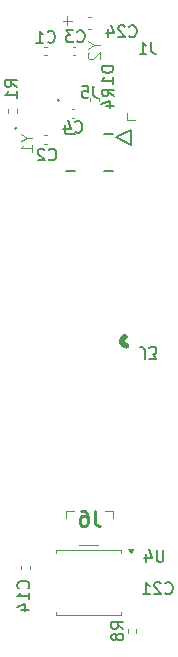
<source format=gbr>
%TF.GenerationSoftware,KiCad,Pcbnew,9.0.0*%
%TF.CreationDate,2025-03-13T15:41:24-04:00*%
%TF.ProjectId,IngestibleCapsule-Board,496e6765-7374-4696-926c-654361707375,rev?*%
%TF.SameCoordinates,Original*%
%TF.FileFunction,Legend,Bot*%
%TF.FilePolarity,Positive*%
%FSLAX46Y46*%
G04 Gerber Fmt 4.6, Leading zero omitted, Abs format (unit mm)*
G04 Created by KiCad (PCBNEW 9.0.0) date 2025-03-13 15:41:24*
%MOMM*%
%LPD*%
G01*
G04 APERTURE LIST*
%ADD10C,0.100000*%
%ADD11C,0.254000*%
%ADD12C,0.150000*%
%ADD13C,0.200000*%
%ADD14C,0.152400*%
%ADD15C,0.120000*%
%ADD16C,0.508000*%
G04 APERTURE END LIST*
D10*
X98496115Y-68441466D02*
X97734211Y-68441466D01*
X98115163Y-68822419D02*
X98115163Y-68060514D01*
D11*
X100423332Y-109917318D02*
X100423332Y-110824461D01*
X100423332Y-110824461D02*
X100483809Y-111005889D01*
X100483809Y-111005889D02*
X100604761Y-111126842D01*
X100604761Y-111126842D02*
X100786190Y-111187318D01*
X100786190Y-111187318D02*
X100907142Y-111187318D01*
X99274285Y-109917318D02*
X99516190Y-109917318D01*
X99516190Y-109917318D02*
X99637142Y-109977794D01*
X99637142Y-109977794D02*
X99697618Y-110038270D01*
X99697618Y-110038270D02*
X99818571Y-110219699D01*
X99818571Y-110219699D02*
X99879047Y-110461603D01*
X99879047Y-110461603D02*
X99879047Y-110945413D01*
X99879047Y-110945413D02*
X99818571Y-111066365D01*
X99818571Y-111066365D02*
X99758094Y-111126842D01*
X99758094Y-111126842D02*
X99637142Y-111187318D01*
X99637142Y-111187318D02*
X99395237Y-111187318D01*
X99395237Y-111187318D02*
X99274285Y-111126842D01*
X99274285Y-111126842D02*
X99213809Y-111066365D01*
X99213809Y-111066365D02*
X99153332Y-110945413D01*
X99153332Y-110945413D02*
X99153332Y-110643032D01*
X99153332Y-110643032D02*
X99213809Y-110522080D01*
X99213809Y-110522080D02*
X99274285Y-110461603D01*
X99274285Y-110461603D02*
X99395237Y-110401127D01*
X99395237Y-110401127D02*
X99637142Y-110401127D01*
X99637142Y-110401127D02*
X99758094Y-110461603D01*
X99758094Y-110461603D02*
X99818571Y-110522080D01*
X99818571Y-110522080D02*
X99879047Y-110643032D01*
D12*
X106417857Y-116884580D02*
X106465476Y-116932200D01*
X106465476Y-116932200D02*
X106608333Y-116979819D01*
X106608333Y-116979819D02*
X106703571Y-116979819D01*
X106703571Y-116979819D02*
X106846428Y-116932200D01*
X106846428Y-116932200D02*
X106941666Y-116836961D01*
X106941666Y-116836961D02*
X106989285Y-116741723D01*
X106989285Y-116741723D02*
X107036904Y-116551247D01*
X107036904Y-116551247D02*
X107036904Y-116408390D01*
X107036904Y-116408390D02*
X106989285Y-116217914D01*
X106989285Y-116217914D02*
X106941666Y-116122676D01*
X106941666Y-116122676D02*
X106846428Y-116027438D01*
X106846428Y-116027438D02*
X106703571Y-115979819D01*
X106703571Y-115979819D02*
X106608333Y-115979819D01*
X106608333Y-115979819D02*
X106465476Y-116027438D01*
X106465476Y-116027438D02*
X106417857Y-116075057D01*
X106036904Y-116075057D02*
X105989285Y-116027438D01*
X105989285Y-116027438D02*
X105894047Y-115979819D01*
X105894047Y-115979819D02*
X105655952Y-115979819D01*
X105655952Y-115979819D02*
X105560714Y-116027438D01*
X105560714Y-116027438D02*
X105513095Y-116075057D01*
X105513095Y-116075057D02*
X105465476Y-116170295D01*
X105465476Y-116170295D02*
X105465476Y-116265533D01*
X105465476Y-116265533D02*
X105513095Y-116408390D01*
X105513095Y-116408390D02*
X106084523Y-116979819D01*
X106084523Y-116979819D02*
X105465476Y-116979819D01*
X104513095Y-116979819D02*
X105084523Y-116979819D01*
X104798809Y-116979819D02*
X104798809Y-115979819D01*
X104798809Y-115979819D02*
X104894047Y-116122676D01*
X104894047Y-116122676D02*
X104989285Y-116217914D01*
X104989285Y-116217914D02*
X105084523Y-116265533D01*
D10*
X94681228Y-78323809D02*
X95157419Y-78323809D01*
X94157419Y-77990476D02*
X94681228Y-78323809D01*
X94681228Y-78323809D02*
X94157419Y-78657142D01*
X95157419Y-79514285D02*
X95157419Y-78942857D01*
X95157419Y-79228571D02*
X94157419Y-79228571D01*
X94157419Y-79228571D02*
X94300276Y-79133333D01*
X94300276Y-79133333D02*
X94395514Y-79038095D01*
X94395514Y-79038095D02*
X94443133Y-78942857D01*
D12*
X100333333Y-73974819D02*
X100333333Y-74689104D01*
X100333333Y-74689104D02*
X100380952Y-74831961D01*
X100380952Y-74831961D02*
X100476190Y-74927200D01*
X100476190Y-74927200D02*
X100619047Y-74974819D01*
X100619047Y-74974819D02*
X100714285Y-74974819D01*
X99380952Y-73974819D02*
X99857142Y-73974819D01*
X99857142Y-73974819D02*
X99904761Y-74451009D01*
X99904761Y-74451009D02*
X99857142Y-74403390D01*
X99857142Y-74403390D02*
X99761904Y-74355771D01*
X99761904Y-74355771D02*
X99523809Y-74355771D01*
X99523809Y-74355771D02*
X99428571Y-74403390D01*
X99428571Y-74403390D02*
X99380952Y-74451009D01*
X99380952Y-74451009D02*
X99333333Y-74546247D01*
X99333333Y-74546247D02*
X99333333Y-74784342D01*
X99333333Y-74784342D02*
X99380952Y-74879580D01*
X99380952Y-74879580D02*
X99428571Y-74927200D01*
X99428571Y-74927200D02*
X99523809Y-74974819D01*
X99523809Y-74974819D02*
X99761904Y-74974819D01*
X99761904Y-74974819D02*
X99857142Y-74927200D01*
X99857142Y-74927200D02*
X99904761Y-74879580D01*
X105233333Y-70254819D02*
X105233333Y-70969104D01*
X105233333Y-70969104D02*
X105280952Y-71111961D01*
X105280952Y-71111961D02*
X105376190Y-71207200D01*
X105376190Y-71207200D02*
X105519047Y-71254819D01*
X105519047Y-71254819D02*
X105614285Y-71254819D01*
X104233333Y-71254819D02*
X104804761Y-71254819D01*
X104519047Y-71254819D02*
X104519047Y-70254819D01*
X104519047Y-70254819D02*
X104614285Y-70397676D01*
X104614285Y-70397676D02*
X104709523Y-70492914D01*
X104709523Y-70492914D02*
X104804761Y-70540533D01*
X102054819Y-74833333D02*
X101578628Y-74500000D01*
X102054819Y-74261905D02*
X101054819Y-74261905D01*
X101054819Y-74261905D02*
X101054819Y-74642857D01*
X101054819Y-74642857D02*
X101102438Y-74738095D01*
X101102438Y-74738095D02*
X101150057Y-74785714D01*
X101150057Y-74785714D02*
X101245295Y-74833333D01*
X101245295Y-74833333D02*
X101388152Y-74833333D01*
X101388152Y-74833333D02*
X101483390Y-74785714D01*
X101483390Y-74785714D02*
X101531009Y-74738095D01*
X101531009Y-74738095D02*
X101578628Y-74642857D01*
X101578628Y-74642857D02*
X101578628Y-74261905D01*
X101388152Y-75690476D02*
X102054819Y-75690476D01*
X101007200Y-75452381D02*
X101721485Y-75214286D01*
X101721485Y-75214286D02*
X101721485Y-75833333D01*
X96554502Y-80159580D02*
X96602121Y-80207200D01*
X96602121Y-80207200D02*
X96744978Y-80254819D01*
X96744978Y-80254819D02*
X96840216Y-80254819D01*
X96840216Y-80254819D02*
X96983073Y-80207200D01*
X96983073Y-80207200D02*
X97078311Y-80111961D01*
X97078311Y-80111961D02*
X97125930Y-80016723D01*
X97125930Y-80016723D02*
X97173549Y-79826247D01*
X97173549Y-79826247D02*
X97173549Y-79683390D01*
X97173549Y-79683390D02*
X97125930Y-79492914D01*
X97125930Y-79492914D02*
X97078311Y-79397676D01*
X97078311Y-79397676D02*
X96983073Y-79302438D01*
X96983073Y-79302438D02*
X96840216Y-79254819D01*
X96840216Y-79254819D02*
X96744978Y-79254819D01*
X96744978Y-79254819D02*
X96602121Y-79302438D01*
X96602121Y-79302438D02*
X96554502Y-79350057D01*
X96173549Y-79350057D02*
X96125930Y-79302438D01*
X96125930Y-79302438D02*
X96030692Y-79254819D01*
X96030692Y-79254819D02*
X95792597Y-79254819D01*
X95792597Y-79254819D02*
X95697359Y-79302438D01*
X95697359Y-79302438D02*
X95649740Y-79350057D01*
X95649740Y-79350057D02*
X95602121Y-79445295D01*
X95602121Y-79445295D02*
X95602121Y-79540533D01*
X95602121Y-79540533D02*
X95649740Y-79683390D01*
X95649740Y-79683390D02*
X96221168Y-80254819D01*
X96221168Y-80254819D02*
X95602121Y-80254819D01*
X102854819Y-119953333D02*
X102378628Y-119620000D01*
X102854819Y-119381905D02*
X101854819Y-119381905D01*
X101854819Y-119381905D02*
X101854819Y-119762857D01*
X101854819Y-119762857D02*
X101902438Y-119858095D01*
X101902438Y-119858095D02*
X101950057Y-119905714D01*
X101950057Y-119905714D02*
X102045295Y-119953333D01*
X102045295Y-119953333D02*
X102188152Y-119953333D01*
X102188152Y-119953333D02*
X102283390Y-119905714D01*
X102283390Y-119905714D02*
X102331009Y-119858095D01*
X102331009Y-119858095D02*
X102378628Y-119762857D01*
X102378628Y-119762857D02*
X102378628Y-119381905D01*
X102283390Y-120524762D02*
X102235771Y-120429524D01*
X102235771Y-120429524D02*
X102188152Y-120381905D01*
X102188152Y-120381905D02*
X102092914Y-120334286D01*
X102092914Y-120334286D02*
X102045295Y-120334286D01*
X102045295Y-120334286D02*
X101950057Y-120381905D01*
X101950057Y-120381905D02*
X101902438Y-120429524D01*
X101902438Y-120429524D02*
X101854819Y-120524762D01*
X101854819Y-120524762D02*
X101854819Y-120715238D01*
X101854819Y-120715238D02*
X101902438Y-120810476D01*
X101902438Y-120810476D02*
X101950057Y-120858095D01*
X101950057Y-120858095D02*
X102045295Y-120905714D01*
X102045295Y-120905714D02*
X102092914Y-120905714D01*
X102092914Y-120905714D02*
X102188152Y-120858095D01*
X102188152Y-120858095D02*
X102235771Y-120810476D01*
X102235771Y-120810476D02*
X102283390Y-120715238D01*
X102283390Y-120715238D02*
X102283390Y-120524762D01*
X102283390Y-120524762D02*
X102331009Y-120429524D01*
X102331009Y-120429524D02*
X102378628Y-120381905D01*
X102378628Y-120381905D02*
X102473866Y-120334286D01*
X102473866Y-120334286D02*
X102664342Y-120334286D01*
X102664342Y-120334286D02*
X102759580Y-120381905D01*
X102759580Y-120381905D02*
X102807200Y-120429524D01*
X102807200Y-120429524D02*
X102854819Y-120524762D01*
X102854819Y-120524762D02*
X102854819Y-120715238D01*
X102854819Y-120715238D02*
X102807200Y-120810476D01*
X102807200Y-120810476D02*
X102759580Y-120858095D01*
X102759580Y-120858095D02*
X102664342Y-120905714D01*
X102664342Y-120905714D02*
X102473866Y-120905714D01*
X102473866Y-120905714D02*
X102378628Y-120858095D01*
X102378628Y-120858095D02*
X102331009Y-120810476D01*
X102331009Y-120810476D02*
X102283390Y-120715238D01*
X103367857Y-69734580D02*
X103415476Y-69782200D01*
X103415476Y-69782200D02*
X103558333Y-69829819D01*
X103558333Y-69829819D02*
X103653571Y-69829819D01*
X103653571Y-69829819D02*
X103796428Y-69782200D01*
X103796428Y-69782200D02*
X103891666Y-69686961D01*
X103891666Y-69686961D02*
X103939285Y-69591723D01*
X103939285Y-69591723D02*
X103986904Y-69401247D01*
X103986904Y-69401247D02*
X103986904Y-69258390D01*
X103986904Y-69258390D02*
X103939285Y-69067914D01*
X103939285Y-69067914D02*
X103891666Y-68972676D01*
X103891666Y-68972676D02*
X103796428Y-68877438D01*
X103796428Y-68877438D02*
X103653571Y-68829819D01*
X103653571Y-68829819D02*
X103558333Y-68829819D01*
X103558333Y-68829819D02*
X103415476Y-68877438D01*
X103415476Y-68877438D02*
X103367857Y-68925057D01*
X102986904Y-68925057D02*
X102939285Y-68877438D01*
X102939285Y-68877438D02*
X102844047Y-68829819D01*
X102844047Y-68829819D02*
X102605952Y-68829819D01*
X102605952Y-68829819D02*
X102510714Y-68877438D01*
X102510714Y-68877438D02*
X102463095Y-68925057D01*
X102463095Y-68925057D02*
X102415476Y-69020295D01*
X102415476Y-69020295D02*
X102415476Y-69115533D01*
X102415476Y-69115533D02*
X102463095Y-69258390D01*
X102463095Y-69258390D02*
X103034523Y-69829819D01*
X103034523Y-69829819D02*
X102415476Y-69829819D01*
X101558333Y-69163152D02*
X101558333Y-69829819D01*
X101796428Y-68782200D02*
X102034523Y-69496485D01*
X102034523Y-69496485D02*
X101415476Y-69496485D01*
X98786666Y-77819580D02*
X98834285Y-77867200D01*
X98834285Y-77867200D02*
X98977142Y-77914819D01*
X98977142Y-77914819D02*
X99072380Y-77914819D01*
X99072380Y-77914819D02*
X99215237Y-77867200D01*
X99215237Y-77867200D02*
X99310475Y-77771961D01*
X99310475Y-77771961D02*
X99358094Y-77676723D01*
X99358094Y-77676723D02*
X99405713Y-77486247D01*
X99405713Y-77486247D02*
X99405713Y-77343390D01*
X99405713Y-77343390D02*
X99358094Y-77152914D01*
X99358094Y-77152914D02*
X99310475Y-77057676D01*
X99310475Y-77057676D02*
X99215237Y-76962438D01*
X99215237Y-76962438D02*
X99072380Y-76914819D01*
X99072380Y-76914819D02*
X98977142Y-76914819D01*
X98977142Y-76914819D02*
X98834285Y-76962438D01*
X98834285Y-76962438D02*
X98786666Y-77010057D01*
X97929523Y-77248152D02*
X97929523Y-77914819D01*
X98167618Y-76867200D02*
X98405713Y-77581485D01*
X98405713Y-77581485D02*
X97786666Y-77581485D01*
X102024819Y-72261905D02*
X101024819Y-72261905D01*
X101024819Y-72261905D02*
X101024819Y-72500000D01*
X101024819Y-72500000D02*
X101072438Y-72642857D01*
X101072438Y-72642857D02*
X101167676Y-72738095D01*
X101167676Y-72738095D02*
X101262914Y-72785714D01*
X101262914Y-72785714D02*
X101453390Y-72833333D01*
X101453390Y-72833333D02*
X101596247Y-72833333D01*
X101596247Y-72833333D02*
X101786723Y-72785714D01*
X101786723Y-72785714D02*
X101881961Y-72738095D01*
X101881961Y-72738095D02*
X101977200Y-72642857D01*
X101977200Y-72642857D02*
X102024819Y-72500000D01*
X102024819Y-72500000D02*
X102024819Y-72261905D01*
X102024819Y-73785714D02*
X102024819Y-73214286D01*
X102024819Y-73500000D02*
X101024819Y-73500000D01*
X101024819Y-73500000D02*
X101167676Y-73404762D01*
X101167676Y-73404762D02*
X101262914Y-73309524D01*
X101262914Y-73309524D02*
X101310533Y-73214286D01*
X93854819Y-74033333D02*
X93378628Y-73700000D01*
X93854819Y-73461905D02*
X92854819Y-73461905D01*
X92854819Y-73461905D02*
X92854819Y-73842857D01*
X92854819Y-73842857D02*
X92902438Y-73938095D01*
X92902438Y-73938095D02*
X92950057Y-73985714D01*
X92950057Y-73985714D02*
X93045295Y-74033333D01*
X93045295Y-74033333D02*
X93188152Y-74033333D01*
X93188152Y-74033333D02*
X93283390Y-73985714D01*
X93283390Y-73985714D02*
X93331009Y-73938095D01*
X93331009Y-73938095D02*
X93378628Y-73842857D01*
X93378628Y-73842857D02*
X93378628Y-73461905D01*
X93854819Y-74985714D02*
X93854819Y-74414286D01*
X93854819Y-74700000D02*
X92854819Y-74700000D01*
X92854819Y-74700000D02*
X92997676Y-74604762D01*
X92997676Y-74604762D02*
X93092914Y-74509524D01*
X93092914Y-74509524D02*
X93140533Y-74414286D01*
X94807080Y-116477142D02*
X94854700Y-116429523D01*
X94854700Y-116429523D02*
X94902319Y-116286666D01*
X94902319Y-116286666D02*
X94902319Y-116191428D01*
X94902319Y-116191428D02*
X94854700Y-116048571D01*
X94854700Y-116048571D02*
X94759461Y-115953333D01*
X94759461Y-115953333D02*
X94664223Y-115905714D01*
X94664223Y-115905714D02*
X94473747Y-115858095D01*
X94473747Y-115858095D02*
X94330890Y-115858095D01*
X94330890Y-115858095D02*
X94140414Y-115905714D01*
X94140414Y-115905714D02*
X94045176Y-115953333D01*
X94045176Y-115953333D02*
X93949938Y-116048571D01*
X93949938Y-116048571D02*
X93902319Y-116191428D01*
X93902319Y-116191428D02*
X93902319Y-116286666D01*
X93902319Y-116286666D02*
X93949938Y-116429523D01*
X93949938Y-116429523D02*
X93997557Y-116477142D01*
X94902319Y-117429523D02*
X94902319Y-116858095D01*
X94902319Y-117143809D02*
X93902319Y-117143809D01*
X93902319Y-117143809D02*
X94045176Y-117048571D01*
X94045176Y-117048571D02*
X94140414Y-116953333D01*
X94140414Y-116953333D02*
X94188033Y-116858095D01*
X94235652Y-118286666D02*
X94902319Y-118286666D01*
X93854700Y-118048571D02*
X94568985Y-117810476D01*
X94568985Y-117810476D02*
X94568985Y-118429523D01*
X106259404Y-113249819D02*
X106259404Y-114059342D01*
X106259404Y-114059342D02*
X106211785Y-114154580D01*
X106211785Y-114154580D02*
X106164166Y-114202200D01*
X106164166Y-114202200D02*
X106068928Y-114249819D01*
X106068928Y-114249819D02*
X105878452Y-114249819D01*
X105878452Y-114249819D02*
X105783214Y-114202200D01*
X105783214Y-114202200D02*
X105735595Y-114154580D01*
X105735595Y-114154580D02*
X105687976Y-114059342D01*
X105687976Y-114059342D02*
X105687976Y-113249819D01*
X104783214Y-113583152D02*
X104783214Y-114249819D01*
X105021309Y-113202200D02*
X105259404Y-113916485D01*
X105259404Y-113916485D02*
X104640357Y-113916485D01*
X104666666Y-97045180D02*
X104666666Y-96330895D01*
X104666666Y-96330895D02*
X104619047Y-96188038D01*
X104619047Y-96188038D02*
X104523809Y-96092800D01*
X104523809Y-96092800D02*
X104380952Y-96045180D01*
X104380952Y-96045180D02*
X104285714Y-96045180D01*
X105047619Y-97045180D02*
X105666666Y-97045180D01*
X105666666Y-97045180D02*
X105333333Y-96664228D01*
X105333333Y-96664228D02*
X105476190Y-96664228D01*
X105476190Y-96664228D02*
X105571428Y-96616609D01*
X105571428Y-96616609D02*
X105619047Y-96568990D01*
X105619047Y-96568990D02*
X105666666Y-96473752D01*
X105666666Y-96473752D02*
X105666666Y-96235657D01*
X105666666Y-96235657D02*
X105619047Y-96140419D01*
X105619047Y-96140419D02*
X105571428Y-96092800D01*
X105571428Y-96092800D02*
X105476190Y-96045180D01*
X105476190Y-96045180D02*
X105190476Y-96045180D01*
X105190476Y-96045180D02*
X105095238Y-96092800D01*
X105095238Y-96092800D02*
X105047619Y-96140419D01*
X96446666Y-70199580D02*
X96494285Y-70247200D01*
X96494285Y-70247200D02*
X96637142Y-70294819D01*
X96637142Y-70294819D02*
X96732380Y-70294819D01*
X96732380Y-70294819D02*
X96875237Y-70247200D01*
X96875237Y-70247200D02*
X96970475Y-70151961D01*
X96970475Y-70151961D02*
X97018094Y-70056723D01*
X97018094Y-70056723D02*
X97065713Y-69866247D01*
X97065713Y-69866247D02*
X97065713Y-69723390D01*
X97065713Y-69723390D02*
X97018094Y-69532914D01*
X97018094Y-69532914D02*
X96970475Y-69437676D01*
X96970475Y-69437676D02*
X96875237Y-69342438D01*
X96875237Y-69342438D02*
X96732380Y-69294819D01*
X96732380Y-69294819D02*
X96637142Y-69294819D01*
X96637142Y-69294819D02*
X96494285Y-69342438D01*
X96494285Y-69342438D02*
X96446666Y-69390057D01*
X95494285Y-70294819D02*
X96065713Y-70294819D01*
X95779999Y-70294819D02*
X95779999Y-69294819D01*
X95779999Y-69294819D02*
X95875237Y-69437676D01*
X95875237Y-69437676D02*
X95970475Y-69532914D01*
X95970475Y-69532914D02*
X96065713Y-69580533D01*
X98966666Y-70159580D02*
X99014285Y-70207200D01*
X99014285Y-70207200D02*
X99157142Y-70254819D01*
X99157142Y-70254819D02*
X99252380Y-70254819D01*
X99252380Y-70254819D02*
X99395237Y-70207200D01*
X99395237Y-70207200D02*
X99490475Y-70111961D01*
X99490475Y-70111961D02*
X99538094Y-70016723D01*
X99538094Y-70016723D02*
X99585713Y-69826247D01*
X99585713Y-69826247D02*
X99585713Y-69683390D01*
X99585713Y-69683390D02*
X99538094Y-69492914D01*
X99538094Y-69492914D02*
X99490475Y-69397676D01*
X99490475Y-69397676D02*
X99395237Y-69302438D01*
X99395237Y-69302438D02*
X99252380Y-69254819D01*
X99252380Y-69254819D02*
X99157142Y-69254819D01*
X99157142Y-69254819D02*
X99014285Y-69302438D01*
X99014285Y-69302438D02*
X98966666Y-69350057D01*
X98633332Y-69254819D02*
X98014285Y-69254819D01*
X98014285Y-69254819D02*
X98347618Y-69635771D01*
X98347618Y-69635771D02*
X98204761Y-69635771D01*
X98204761Y-69635771D02*
X98109523Y-69683390D01*
X98109523Y-69683390D02*
X98061904Y-69731009D01*
X98061904Y-69731009D02*
X98014285Y-69826247D01*
X98014285Y-69826247D02*
X98014285Y-70064342D01*
X98014285Y-70064342D02*
X98061904Y-70159580D01*
X98061904Y-70159580D02*
X98109523Y-70207200D01*
X98109523Y-70207200D02*
X98204761Y-70254819D01*
X98204761Y-70254819D02*
X98490475Y-70254819D01*
X98490475Y-70254819D02*
X98585713Y-70207200D01*
X98585713Y-70207200D02*
X98633332Y-70159580D01*
D10*
X100381228Y-70523809D02*
X100857419Y-70523809D01*
X99857419Y-70190476D02*
X100381228Y-70523809D01*
X100381228Y-70523809D02*
X99857419Y-70857142D01*
X99952657Y-71142857D02*
X99905038Y-71190476D01*
X99905038Y-71190476D02*
X99857419Y-71285714D01*
X99857419Y-71285714D02*
X99857419Y-71523809D01*
X99857419Y-71523809D02*
X99905038Y-71619047D01*
X99905038Y-71619047D02*
X99952657Y-71666666D01*
X99952657Y-71666666D02*
X100047895Y-71714285D01*
X100047895Y-71714285D02*
X100143133Y-71714285D01*
X100143133Y-71714285D02*
X100285990Y-71666666D01*
X100285990Y-71666666D02*
X100857419Y-71095238D01*
X100857419Y-71095238D02*
X100857419Y-71714285D01*
%TO.C,J6*%
X102000000Y-109938000D02*
X102000000Y-110563000D01*
X101300000Y-109938000D02*
X102000000Y-109938000D01*
X100700000Y-112838000D02*
X99100000Y-112838000D01*
X98700000Y-109938000D02*
X98000000Y-109938000D01*
X98000000Y-109938000D02*
X98000000Y-110563000D01*
D13*
%TO.C,Y1*%
X93837753Y-77532597D02*
G75*
G02*
X93677753Y-77532597I-80000J0D01*
G01*
X93677753Y-77532597D02*
G75*
G02*
X93837753Y-77532597I80000J0D01*
G01*
D14*
%TO.C,J5*%
X98000004Y-78035001D02*
X98769959Y-78035001D01*
X98769959Y-81165000D02*
X98000004Y-81165000D01*
X101230041Y-78035001D02*
X101999996Y-78035001D01*
X101999996Y-81165000D02*
X101230041Y-81165000D01*
X102253996Y-78285000D02*
X103523996Y-77650000D01*
X103523996Y-77650000D02*
X103523996Y-78920000D01*
X103523996Y-78920000D02*
X102253996Y-78285000D01*
D15*
%TO.C,J1*%
X103195000Y-76240000D02*
X103195000Y-76875000D01*
X103195000Y-76875000D02*
X103830000Y-76875000D01*
%TO.C,R4*%
X100020000Y-74946359D02*
X100020000Y-75253641D01*
X100780000Y-74946359D02*
X100780000Y-75253641D01*
%TO.C,C2*%
X96387836Y-78140000D02*
X96172164Y-78140000D01*
X96387836Y-78860000D02*
X96172164Y-78860000D01*
%TO.C,R8*%
X103217500Y-119966359D02*
X103217500Y-120273641D01*
X103977500Y-119966359D02*
X103977500Y-120273641D01*
%TO.C,C24*%
X99859420Y-68090000D02*
X100140580Y-68090000D01*
X99859420Y-69110000D02*
X100140580Y-69110000D01*
%TO.C,C4*%
X98512164Y-75940000D02*
X98727836Y-75940000D01*
X98512164Y-76660000D02*
X98727836Y-76660000D01*
D10*
%TO.C,D1*%
X100450000Y-74090000D02*
G75*
G02*
X100350000Y-74090000I-50000J0D01*
G01*
X100350000Y-74090000D02*
G75*
G02*
X100450000Y-74090000I50000J0D01*
G01*
D15*
%TO.C,R1*%
X93120000Y-75946359D02*
X93120000Y-76253641D01*
X93880000Y-75946359D02*
X93880000Y-76253641D01*
%TO.C,C14*%
X94237500Y-114607164D02*
X94237500Y-114822836D01*
X94957500Y-114607164D02*
X94957500Y-114822836D01*
%TO.C,U4*%
X97187500Y-113235000D02*
X97187500Y-113505000D01*
X97187500Y-118755000D02*
X97187500Y-118485000D01*
X99947500Y-113235000D02*
X97187500Y-113235000D01*
X99947500Y-113235000D02*
X102707500Y-113235000D01*
X99947500Y-118755000D02*
X97187500Y-118755000D01*
X99947500Y-118755000D02*
X102707500Y-118755000D01*
X102707500Y-113235000D02*
X102707500Y-113505000D01*
X102707500Y-118755000D02*
X102707500Y-118485000D01*
X103472500Y-113505000D02*
X103232500Y-113175000D01*
X103712500Y-113175000D01*
X103472500Y-113505000D01*
G36*
X103472500Y-113505000D02*
G01*
X103232500Y-113175000D01*
X103712500Y-113175000D01*
X103472500Y-113505000D01*
G37*
D16*
%TO.C,J3*%
X103124566Y-95955977D02*
G75*
G02*
X102989461Y-95217207I-4166J380977D01*
G01*
D15*
%TO.C,C1*%
X96387836Y-70640000D02*
X96172164Y-70640000D01*
X96387836Y-71360000D02*
X96172164Y-71360000D01*
%TO.C,C3*%
X98592164Y-70640000D02*
X98807836Y-70640000D01*
X98592164Y-71360000D02*
X98807836Y-71360000D01*
D13*
%TO.C,Y2*%
X97413228Y-75149871D02*
G75*
G02*
X97253228Y-75149871I-80000J0D01*
G01*
X97253228Y-75149871D02*
G75*
G02*
X97413228Y-75149871I80000J0D01*
G01*
%TD*%
M02*

</source>
